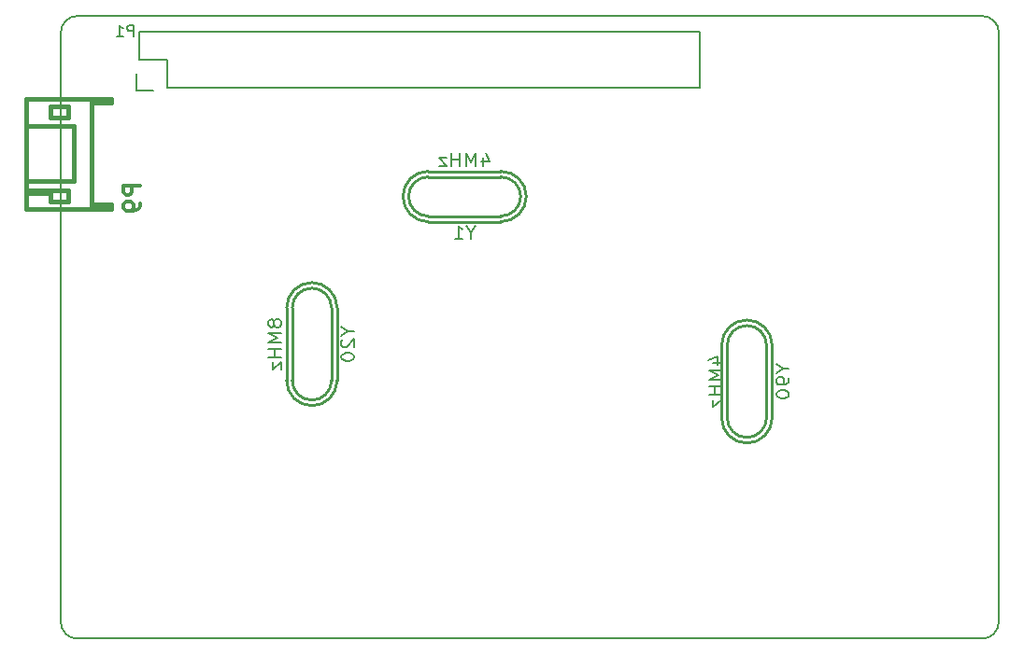
<source format=gbo>
G04 #@! TF.GenerationSoftware,KiCad,Pcbnew,5.1.2-f72e74a~84~ubuntu18.04.1*
G04 #@! TF.CreationDate,2019-05-25T03:40:36+02:00*
G04 #@! TF.ProjectId,AIOR,41494f52-2e6b-4696-9361-645f70636258,V1.01*
G04 #@! TF.SameCoordinates,Original*
G04 #@! TF.FileFunction,Legend,Bot*
G04 #@! TF.FilePolarity,Positive*
%FSLAX46Y46*%
G04 Gerber Fmt 4.6, Leading zero omitted, Abs format (unit mm)*
G04 Created by KiCad (PCBNEW 5.1.2-f72e74a~84~ubuntu18.04.1) date 2019-05-25 03:40:36*
%MOMM*%
%LPD*%
G04 APERTURE LIST*
%ADD10C,0.150000*%
%ADD11C,0.381000*%
%ADD12C,0.254000*%
%ADD13C,0.304800*%
%ADD14C,0.152400*%
G04 APERTURE END LIST*
D10*
X129500000Y-71500000D02*
X211500000Y-71500000D01*
X128000000Y-126500000D02*
X128000000Y-73000000D01*
X211500000Y-128000000D02*
X129500000Y-128000000D01*
X213000000Y-73000000D02*
X213000000Y-126500000D01*
X129500000Y-71500000D02*
G75*
G03X128000000Y-73000000I0J-1500000D01*
G01*
X128000000Y-126500000D02*
G75*
G03X129500000Y-128000000I1500000J0D01*
G01*
X211500000Y-128000000D02*
G75*
G03X213000000Y-126500000I0J1500000D01*
G01*
X213000000Y-73000000D02*
G75*
G03X211500000Y-71500000I-1500000J0D01*
G01*
D11*
X132590540Y-89009220D02*
X124891800Y-89009220D01*
X132590540Y-88610440D02*
X132590540Y-89009220D01*
X130792220Y-88610440D02*
X132590540Y-88610440D01*
X132590540Y-79410560D02*
X130792220Y-79410560D01*
X132590540Y-79011780D02*
X132590540Y-79410560D01*
X124891800Y-79011780D02*
X132590540Y-79011780D01*
X132590540Y-88808560D02*
X130792220Y-88808560D01*
X132590540Y-79212440D02*
X130792220Y-79212440D01*
X127091440Y-88313260D02*
X128691640Y-88313260D01*
X127091440Y-87312500D02*
X127091440Y-88313260D01*
X128691640Y-87312500D02*
X127091440Y-87312500D01*
X128691640Y-88313260D02*
X128691640Y-87312500D01*
X128691640Y-80713580D02*
X128691640Y-79712820D01*
X128691640Y-79712820D02*
X127091440Y-79712820D01*
X127091440Y-79712820D02*
X127091440Y-80713580D01*
X127091440Y-80713580D02*
X128691640Y-80713580D01*
X129192020Y-86512400D02*
X124891800Y-86512400D01*
X129192020Y-81511140D02*
X124891800Y-81511140D01*
X130792220Y-89011760D02*
X130792220Y-79009240D01*
X124891800Y-89011760D02*
X124891800Y-79009240D01*
X129192020Y-81511140D02*
X129192020Y-86509860D01*
X124891800Y-87609680D02*
X127091440Y-87609680D01*
X124891800Y-87309960D02*
X124891800Y-87609680D01*
X127091440Y-87309960D02*
X124891800Y-87309960D01*
D10*
X185902600Y-72948800D02*
X135102600Y-72948800D01*
X137642600Y-78028800D02*
X185902600Y-78028800D01*
X185902600Y-72948800D02*
X185902600Y-78028800D01*
X135102600Y-72948800D02*
X135102600Y-75488800D01*
X136372600Y-78308800D02*
X134822600Y-78308800D01*
X135102600Y-75488800D02*
X137642600Y-75488800D01*
X137642600Y-75488800D02*
X137642600Y-78028800D01*
X134822600Y-78308800D02*
X134822600Y-76758800D01*
D12*
X170180000Y-87884000D02*
G75*
G02X167894000Y-90170000I-2286000J0D01*
G01*
X161290000Y-86106000D02*
X167894000Y-86106000D01*
X167894000Y-89662000D02*
X161290000Y-89662000D01*
X167894000Y-86106000D02*
G75*
G02X169672000Y-87884000I0J-1778000D01*
G01*
X169672000Y-87884000D02*
G75*
G02X167894000Y-89662000I-1778000J0D01*
G01*
X159512000Y-87884000D02*
G75*
G02X161290000Y-86106000I1778000J0D01*
G01*
X161290000Y-89662000D02*
G75*
G02X159512000Y-87884000I0J1778000D01*
G01*
X167894000Y-85598000D02*
G75*
G02X170180000Y-87884000I0J-2286000D01*
G01*
X167894000Y-85598000D02*
X161290000Y-85598000D01*
X161290000Y-90170000D02*
X167894000Y-90170000D01*
X159004000Y-87884000D02*
G75*
G02X161290000Y-85598000I2286000J0D01*
G01*
X161290000Y-90170000D02*
G75*
G02X159004000Y-87884000I0J2286000D01*
G01*
X153035000Y-104584500D02*
G75*
G02X150749000Y-106870500I-2286000J0D01*
G01*
X150749000Y-106870500D02*
G75*
G02X148463000Y-104584500I0J2286000D01*
G01*
X153035000Y-104584500D02*
X153035000Y-97980500D01*
X148463000Y-97980500D02*
X148463000Y-104584500D01*
X148463000Y-97980500D02*
G75*
G02X150749000Y-95694500I2286000J0D01*
G01*
X152527000Y-104584500D02*
G75*
G02X150749000Y-106362500I-1778000J0D01*
G01*
X150749000Y-106362500D02*
G75*
G02X148971000Y-104584500I0J1778000D01*
G01*
X150749000Y-96202500D02*
G75*
G02X152527000Y-97980500I0J-1778000D01*
G01*
X148971000Y-97980500D02*
G75*
G02X150749000Y-96202500I1778000J0D01*
G01*
X152527000Y-97980500D02*
X152527000Y-104584500D01*
X148971000Y-104584500D02*
X148971000Y-97980500D01*
X150749000Y-95694500D02*
G75*
G02X153035000Y-97980500I0J-2286000D01*
G01*
X190169800Y-99085400D02*
G75*
G02X192455800Y-101371400I0J-2286000D01*
G01*
X188391800Y-107975400D02*
X188391800Y-101371400D01*
X191947800Y-101371400D02*
X191947800Y-107975400D01*
X188391800Y-101371400D02*
G75*
G02X190169800Y-99593400I1778000J0D01*
G01*
X190169800Y-99593400D02*
G75*
G02X191947800Y-101371400I0J-1778000D01*
G01*
X190169800Y-109753400D02*
G75*
G02X188391800Y-107975400I0J1778000D01*
G01*
X191947800Y-107975400D02*
G75*
G02X190169800Y-109753400I-1778000J0D01*
G01*
X187883800Y-101371400D02*
G75*
G02X190169800Y-99085400I2286000J0D01*
G01*
X187883800Y-101371400D02*
X187883800Y-107975400D01*
X192455800Y-107975400D02*
X192455800Y-101371400D01*
X190169800Y-110261400D02*
G75*
G02X187883800Y-107975400I0J2286000D01*
G01*
X192455800Y-107975400D02*
G75*
G02X190169800Y-110261400I-2286000J0D01*
G01*
D13*
X135182428Y-86886142D02*
X133658428Y-86886142D01*
X133658428Y-87466714D01*
X133731000Y-87611857D01*
X133803571Y-87684428D01*
X133948714Y-87757000D01*
X134166428Y-87757000D01*
X134311571Y-87684428D01*
X134384142Y-87611857D01*
X134456714Y-87466714D01*
X134456714Y-86886142D01*
X135182428Y-88482714D02*
X135182428Y-88773000D01*
X135109857Y-88918142D01*
X135037285Y-88990714D01*
X134819571Y-89135857D01*
X134529285Y-89208428D01*
X133948714Y-89208428D01*
X133803571Y-89135857D01*
X133731000Y-89063285D01*
X133658428Y-88918142D01*
X133658428Y-88627857D01*
X133731000Y-88482714D01*
X133803571Y-88410142D01*
X133948714Y-88337571D01*
X134311571Y-88337571D01*
X134456714Y-88410142D01*
X134529285Y-88482714D01*
X134601857Y-88627857D01*
X134601857Y-88918142D01*
X134529285Y-89063285D01*
X134456714Y-89135857D01*
X134311571Y-89208428D01*
D10*
X134596095Y-73350380D02*
X134596095Y-72350380D01*
X134215142Y-72350380D01*
X134119904Y-72398000D01*
X134072285Y-72445619D01*
X134024666Y-72540857D01*
X134024666Y-72683714D01*
X134072285Y-72778952D01*
X134119904Y-72826571D01*
X134215142Y-72874190D01*
X134596095Y-72874190D01*
X133072285Y-73350380D02*
X133643714Y-73350380D01*
X133358000Y-73350380D02*
X133358000Y-72350380D01*
X133453238Y-72493238D01*
X133548476Y-72588476D01*
X133643714Y-72636095D01*
D14*
X165196761Y-91158785D02*
X165196761Y-91703071D01*
X165620095Y-90560071D02*
X165196761Y-91158785D01*
X164773428Y-90560071D01*
X163684857Y-91703071D02*
X164410571Y-91703071D01*
X164047714Y-91703071D02*
X164047714Y-90560071D01*
X164168666Y-90723357D01*
X164289619Y-90832214D01*
X164410571Y-90886642D01*
X166255095Y-84337071D02*
X166255095Y-85099071D01*
X166557476Y-83901642D02*
X166859857Y-84718071D01*
X166073666Y-84718071D01*
X165589857Y-85099071D02*
X165589857Y-83956071D01*
X165166523Y-84772500D01*
X164743190Y-83956071D01*
X164743190Y-85099071D01*
X164138428Y-85099071D02*
X164138428Y-83956071D01*
X164138428Y-84500357D02*
X163412714Y-84500357D01*
X163412714Y-85099071D02*
X163412714Y-83956071D01*
X162928904Y-84337071D02*
X162263666Y-84337071D01*
X162928904Y-85099071D01*
X162263666Y-85099071D01*
X154023785Y-100072976D02*
X154568071Y-100072976D01*
X153425071Y-99649642D02*
X154023785Y-100072976D01*
X153425071Y-100496309D01*
X153533928Y-100859166D02*
X153479500Y-100919642D01*
X153425071Y-101040595D01*
X153425071Y-101342976D01*
X153479500Y-101463928D01*
X153533928Y-101524404D01*
X153642785Y-101584880D01*
X153751642Y-101584880D01*
X153914928Y-101524404D01*
X154568071Y-100798690D01*
X154568071Y-101584880D01*
X153425071Y-102371071D02*
X153425071Y-102492023D01*
X153479500Y-102612976D01*
X153533928Y-102673452D01*
X153642785Y-102733928D01*
X153860500Y-102794404D01*
X154132642Y-102794404D01*
X154350357Y-102733928D01*
X154459214Y-102673452D01*
X154513642Y-102612976D01*
X154568071Y-102492023D01*
X154568071Y-102371071D01*
X154513642Y-102250119D01*
X154459214Y-102189642D01*
X154350357Y-102129166D01*
X154132642Y-102068690D01*
X153860500Y-102068690D01*
X153642785Y-102129166D01*
X153533928Y-102189642D01*
X153479500Y-102250119D01*
X153425071Y-102371071D01*
X147310928Y-99256547D02*
X147256500Y-99135595D01*
X147202071Y-99075119D01*
X147093214Y-99014642D01*
X147038785Y-99014642D01*
X146929928Y-99075119D01*
X146875500Y-99135595D01*
X146821071Y-99256547D01*
X146821071Y-99498452D01*
X146875500Y-99619404D01*
X146929928Y-99679880D01*
X147038785Y-99740357D01*
X147093214Y-99740357D01*
X147202071Y-99679880D01*
X147256500Y-99619404D01*
X147310928Y-99498452D01*
X147310928Y-99256547D01*
X147365357Y-99135595D01*
X147419785Y-99075119D01*
X147528642Y-99014642D01*
X147746357Y-99014642D01*
X147855214Y-99075119D01*
X147909642Y-99135595D01*
X147964071Y-99256547D01*
X147964071Y-99498452D01*
X147909642Y-99619404D01*
X147855214Y-99679880D01*
X147746357Y-99740357D01*
X147528642Y-99740357D01*
X147419785Y-99679880D01*
X147365357Y-99619404D01*
X147310928Y-99498452D01*
X147964071Y-100284642D02*
X146821071Y-100284642D01*
X147637500Y-100707976D01*
X146821071Y-101131309D01*
X147964071Y-101131309D01*
X147964071Y-101736071D02*
X146821071Y-101736071D01*
X147365357Y-101736071D02*
X147365357Y-102461785D01*
X147964071Y-102461785D02*
X146821071Y-102461785D01*
X147202071Y-102945595D02*
X147202071Y-103610833D01*
X147964071Y-102945595D01*
X147964071Y-103610833D01*
X193444585Y-103463876D02*
X193988871Y-103463876D01*
X192845871Y-103040542D02*
X193444585Y-103463876D01*
X192845871Y-103887209D01*
X193988871Y-104371019D02*
X193988871Y-104612923D01*
X193934442Y-104733876D01*
X193880014Y-104794352D01*
X193716728Y-104915304D01*
X193499014Y-104975780D01*
X193063585Y-104975780D01*
X192954728Y-104915304D01*
X192900300Y-104854828D01*
X192845871Y-104733876D01*
X192845871Y-104491971D01*
X192900300Y-104371019D01*
X192954728Y-104310542D01*
X193063585Y-104250066D01*
X193335728Y-104250066D01*
X193444585Y-104310542D01*
X193499014Y-104371019D01*
X193553442Y-104491971D01*
X193553442Y-104733876D01*
X193499014Y-104854828D01*
X193444585Y-104915304D01*
X193335728Y-104975780D01*
X192845871Y-105761971D02*
X192845871Y-105882923D01*
X192900300Y-106003876D01*
X192954728Y-106064352D01*
X193063585Y-106124828D01*
X193281300Y-106185304D01*
X193553442Y-106185304D01*
X193771157Y-106124828D01*
X193880014Y-106064352D01*
X193934442Y-106003876D01*
X193988871Y-105882923D01*
X193988871Y-105761971D01*
X193934442Y-105641019D01*
X193880014Y-105580542D01*
X193771157Y-105520066D01*
X193553442Y-105459590D01*
X193281300Y-105459590D01*
X193063585Y-105520066D01*
X192954728Y-105580542D01*
X192900300Y-105641019D01*
X192845871Y-105761971D01*
X187130871Y-103010304D02*
X187892871Y-103010304D01*
X186695442Y-102707923D02*
X187511871Y-102405542D01*
X187511871Y-103191733D01*
X187892871Y-103675542D02*
X186749871Y-103675542D01*
X187566300Y-104098876D01*
X186749871Y-104522209D01*
X187892871Y-104522209D01*
X187892871Y-105126971D02*
X186749871Y-105126971D01*
X187294157Y-105126971D02*
X187294157Y-105852685D01*
X187892871Y-105852685D02*
X186749871Y-105852685D01*
X187130871Y-106336495D02*
X187130871Y-107001733D01*
X187892871Y-106336495D01*
X187892871Y-107001733D01*
M02*

</source>
